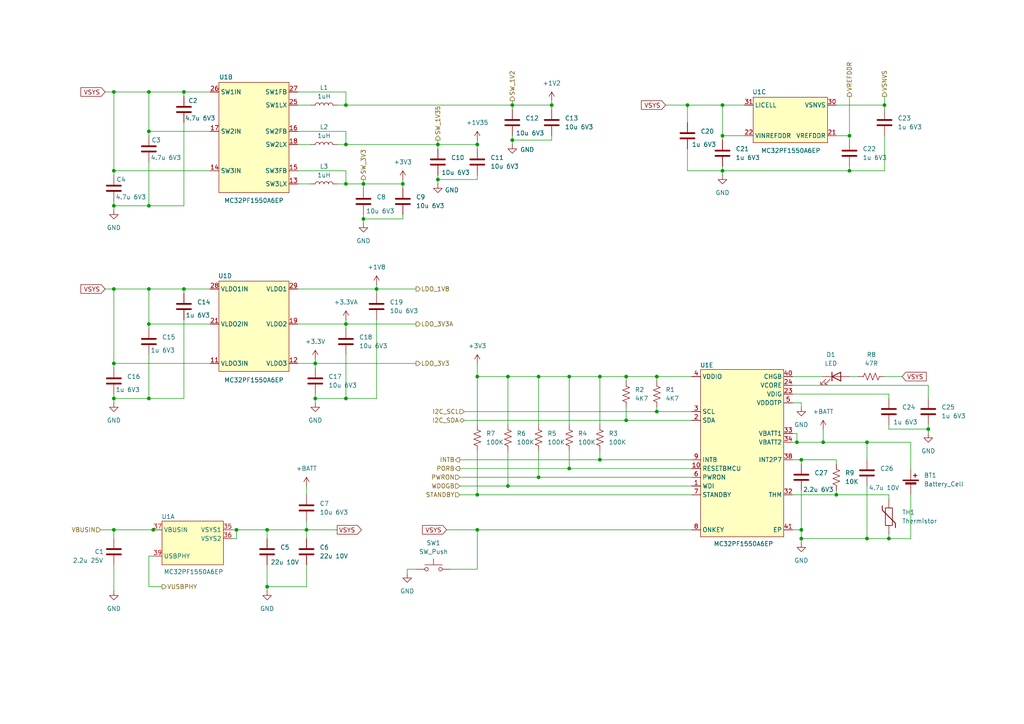
<source format=kicad_sch>
(kicad_sch (version 20231120) (generator "eeschema") (generator_version "8.0")
  (paper "A4")
  (lib_symbols
    (symbol "AO_Regulator_Switching:PF1550"
      (property "Reference" "U" (at -9.652 16.764 0))
      (symbol "PF1550_1_1"
        (rectangle (start -10.16 15.24) (end 7.62 2.54) (fill (type background)))
        (pin power_out line (at 10.16 12.7 180) (length 2.54) (name "VSYS1") (number "35"))
        (pin power_out line (at 10.16 10.16 180) (length 2.54) (name "VSYS2") (number "36"))
        (pin power_in line (at -12.7 12.7 0) (length 2.54) (name "VBUSIN") (number "37"))
        (pin power_out line (at -12.7 5.08 0) (length 2.54) (name "USBPHY") (number "39"))
      )
      (symbol "PF1550_2_1"
        (rectangle (start -10.16 15.494) (end 10.16 -16.51) (fill (type background)))
        (pin power_out line (at 12.7 -13.97 180) (length 2.54) (name "SW3LX") (number "13"))
        (pin power_in line (at -12.7 -10.16 0) (length 2.54) (name "SW3IN") (number "14"))
        (pin power_out line (at 12.7 -10.16 180) (length 2.54) (name "SW3FB") (number "15"))
        (pin power_out line (at 12.7 1.27 180) (length 2.54) (name "SW2FB") (number "16"))
        (pin power_in line (at -12.7 1.27 0) (length 2.54) (name "SW2IN") (number "17"))
        (pin power_out line (at 12.7 -2.54 180) (length 2.54) (name "SW2LX") (number "18"))
        (pin power_out line (at 12.7 8.89 180) (length 2.54) (name "SW1LX") (number "25"))
        (pin power_in line (at -12.7 12.7 0) (length 2.54) (name "SW1IN") (number "26"))
        (pin power_out line (at 12.7 12.7 180) (length 2.54) (name "SW1FB") (number "27"))
      )
      (symbol "PF1550_3_1"
        (rectangle (start -10.16 14.986) (end 11.43 1.778) (fill (type background)))
        (pin power_out line (at 13.97 3.81 180) (length 2.54) (name "VREFDDR") (number "21"))
        (pin power_in line (at -12.7 3.81 0) (length 2.54) (name "VINREFDDR") (number "22"))
        (pin power_out line (at 13.97 12.7 180) (length 2.54) (name "VSNVS") (number "30"))
        (pin power_in line (at -12.7 12.7 0) (length 2.54) (name "LICELL") (number "31"))
      )
      (symbol "PF1550_4_1"
        (rectangle (start -10.16 14.986) (end 10.16 -11.176) (fill (type background)))
        (pin power_in line (at -12.7 -8.89 0) (length 2.54) (name "VLDO3IN") (number "11"))
        (pin power_out line (at 12.7 -8.89 180) (length 2.54) (name "VLDO3") (number "12"))
        (pin power_out line (at 12.7 2.54 180) (length 2.54) (name "VLDO2") (number "19"))
        (pin power_in line (at -12.7 2.54 0) (length 2.54) (name "VLDO2IN") (number "21"))
        (pin power_in line (at -12.7 12.7 0) (length 2.54) (name "VLDO1IN") (number "28"))
        (pin power_out line (at 12.7 12.7 180) (length 2.54) (name "VLDO1") (number "29"))
      )
      (symbol "PF1550_5_1"
        (rectangle (start -10.16 14.732) (end 13.97 -33.782) (fill (type background)))
        (pin input line (at -12.7 -19.05 0) (length 2.54) (name "WDI") (number "1"))
        (pin output line (at -12.7 -13.97 0) (length 2.54) (name "RESETBMCU") (number "10"))
        (pin bidirectional line (at -12.7 0 0) (length 2.54) (name "SDA") (number "2"))
        (pin power_in line (at 16.51 7.62 180) (length 2.54) (name "VDIG") (number "23"))
        (pin power_in line (at 16.51 10.16 180) (length 2.54) (name "VCORE") (number "24"))
        (pin input line (at -12.7 2.54 0) (length 2.54) (name "SCL") (number "3"))
        (pin input line (at 16.51 -21.59 180) (length 2.54) (name "THM") (number "32"))
        (pin power_in line (at 16.51 -3.81 180) (length 2.54) (name "VBATT1") (number "33"))
        (pin power_in line (at 16.51 -6.35 180) (length 2.54) (name "VBATT2") (number "34"))
        (pin input line (at 16.51 -11.43 180) (length 2.54) (name "INT2P7") (number "38"))
        (pin power_in line (at -12.7 12.7 0) (length 2.54) (name "VDDIO") (number "4"))
        (pin input line (at 16.51 12.7 180) (length 2.54) (name "CHGB") (number "40"))
        (pin power_out line (at 16.51 -31.75 180) (length 2.54) (name "EP") (number "41"))
        (pin power_in line (at 16.51 5.08 180) (length 2.54) (name "VDDOTP") (number "5"))
        (pin input line (at -12.7 -16.51 0) (length 2.54) (name "PWRON") (number "6"))
        (pin input line (at -12.7 -21.59 0) (length 2.54) (name "STANDBY") (number "7"))
        (pin input line (at -12.7 -31.75 0) (length 2.54) (name "ONKEY") (number "8"))
        (pin output line (at -12.7 -11.43 0) (length 2.54) (name "INTB") (number "9"))
      )
    )
    (symbol "Device:Battery_Cell" (pin_numbers hide) (pin_names (offset 0) hide)
      (property "Reference" "BT" (at 2.54 2.54 0))
      (property "Value" "Battery_Cell" (at 2.54 0 0))
      (symbol "Battery_Cell_0_1"
        (rectangle (start -2.286 1.778) (end 2.286 1.524) (fill (type outline)))
        (rectangle (start -1.524 1.016) (end 1.524 0.508) (fill (type outline)))
        (polyline (pts (xy 0 0.762) (xy 0 0)))
        (polyline (pts (xy 0 1.778) (xy 0 2.54)))
        (polyline (pts (xy 0.762 3.048) (xy 1.778 3.048)) (stroke (width 0.254)))
        (polyline (pts (xy 1.27 3.556) (xy 1.27 2.54)) (stroke (width 0.254)))
      )
      (symbol "Battery_Cell_1_1"
        (pin passive line (at 0 5.08 270) (length 2.54) (name "+") (number "1"))
        (pin passive line (at 0 -2.54 90) (length 2.54) (name "-") (number "2"))
      )
    )
    (symbol "Device:C" (pin_numbers hide) (pin_names (offset 0.254))
      (property "Reference" "C" (at 0.635 2.54 0))
      (property "Value" "C" (at 0.635 -2.54 0))
      (symbol "C_0_1"
        (polyline (pts (xy -2.032 -0.762) (xy 2.032 -0.762)) (stroke (width 0.508)))
        (polyline (pts (xy -2.032 0.762) (xy 2.032 0.762)) (stroke (width 0.508)))
      )
      (symbol "C_1_1"
        (pin passive line (at 0 3.81 270) (length 2.794) (name "~") (number "1"))
        (pin passive line (at 0 -3.81 90) (length 2.794) (name "~") (number "2"))
      )
    )
    (symbol "Device:L" (pin_numbers hide) (pin_names (offset 1.016) hide)
      (property "Reference" "L" (at -1.27 0 90))
      (property "Value" "L" (at 1.905 0 90))
      (symbol "L_0_1"
        (arc (start 0 -2.54) (mid 0.6323 -1.905) (end 0 -1.27))
        (arc (start 0 -1.27) (mid 0.6323 -0.635) (end 0 0))
        (arc (start 0 0) (mid 0.6323 0.635) (end 0 1.27))
        (arc (start 0 1.27) (mid 0.6323 1.905) (end 0 2.54))
      )
      (symbol "L_1_1"
        (pin passive line (at 0 3.81 270) (length 1.27) (name "1") (number "1"))
        (pin passive line (at 0 -3.81 90) (length 1.27) (name "2") (number "2"))
      )
    )
    (symbol "Device:LED" (pin_numbers hide) (pin_names (offset 1.016) hide)
      (property "Reference" "D" (at 0 2.54 0))
      (property "Value" "LED" (at 0 -2.54 0))
      (symbol "LED_0_1"
        (polyline (pts (xy -1.27 -1.27) (xy -1.27 1.27)) (stroke (width 0.254)))
        (polyline (pts (xy -1.27 0) (xy 1.27 0)))
        (polyline (pts (xy 1.27 -1.27) (xy 1.27 1.27) (xy -1.27 0) (xy 1.27 -1.27)) (stroke (width 0.254)))
        (polyline (pts (xy -3.048 -0.762) (xy -4.572 -2.286) (xy -3.81 -2.286) (xy -4.572 -2.286) (xy -4.572 -1.524)))
        (polyline (pts (xy -1.778 -0.762) (xy -3.302 -2.286) (xy -2.54 -2.286) (xy -3.302 -2.286) (xy -3.302 -1.524)))
      )
      (symbol "LED_1_1"
        (pin passive line (at -3.81 0 0) (length 2.54) (name "K") (number "1"))
        (pin passive line (at 3.81 0 180) (length 2.54) (name "A") (number "2"))
      )
    )
    (symbol "Device:R_US" (pin_numbers hide) (pin_names (offset 0))
      (property "Reference" "R" (at 2.54 0 90))
      (property "Value" "R_US" (at -2.54 0 90))
      (symbol "R_US_0_1"
        (polyline (pts (xy 0 -2.286) (xy 0 -2.54)))
        (polyline (pts (xy 0 2.286) (xy 0 2.54)))
        (polyline (pts (xy 0 -0.762) (xy 1.016 -1.143) (xy 0 -1.524) (xy -1.016 -1.905) (xy 0 -2.286)))
        (polyline (pts (xy 0 0.762) (xy 1.016 0.381) (xy 0 0) (xy -1.016 -0.381) (xy 0 -0.762)))
        (polyline (pts (xy 0 2.286) (xy 1.016 1.905) (xy 0 1.524) (xy -1.016 1.143) (xy 0 0.762)))
      )
      (symbol "R_US_1_1"
        (pin passive line (at 0 3.81 270) (length 1.27) (name "~") (number "1"))
        (pin passive line (at 0 -3.81 90) (length 1.27) (name "~") (number "2"))
      )
    )
    (symbol "Device:Thermistor" (pin_numbers hide) (pin_names (offset 0))
      (property "Reference" "TH" (at 2.54 1.27 90))
      (property "Value" "Thermistor" (at -2.54 0 90))
      (symbol "Thermistor_0_1"
        (rectangle (start -1.016 2.54) (end 1.016 -2.54) (stroke (width 0.2032)))
        (polyline (pts (xy -1.905 3.175) (xy -1.905 1.905) (xy 1.905 -1.905) (xy 1.905 -3.175) (xy 1.905 -3.175)) (stroke (width 0.254)))
      )
      (symbol "Thermistor_1_1"
        (pin passive line (at 0 5.08 270) (length 2.54) (name "~") (number "1"))
        (pin passive line (at 0 -5.08 90) (length 2.54) (name "~") (number "2"))
      )
    )
    (symbol "Switch:SW_Push" (pin_numbers hide) (pin_names (offset 1.016) hide)
      (property "Reference" "SW" (at 1.27 2.54 0))
      (property "Value" "SW_Push" (at 0 -1.524 0))
      (symbol "SW_Push_0_1"
        (circle (center -2.032 0) (radius 0.508))
        (polyline (pts (xy 0 1.27) (xy 0 3.048)))
        (polyline (pts (xy 2.54 1.27) (xy -2.54 1.27)))
        (circle (center 2.032 0) (radius 0.508))
        (pin passive line (at -5.08 0 0) (length 2.54) (name "1") (number "1"))
        (pin passive line (at 5.08 0 180) (length 2.54) (name "2") (number "2"))
      )
    )
    (symbol "power:+1V2" (power) (pin_numbers hide) (pin_names (offset 0) hide)
      (property "Value" "+1V2" (at 0 3.556 0))
      (symbol "+1V2_0_1"
        (polyline (pts (xy -0.762 1.27) (xy 0 2.54)))
        (polyline (pts (xy 0 0) (xy 0 2.54)))
        (polyline (pts (xy 0 2.54) (xy 0.762 1.27)))
      )
      (symbol "+1V2_1_1"
        (pin power_in line (at 0 0 90) (length 0) (name "~") (number "1"))
      )
    )
    (symbol "power:+1V35" (power) (pin_numbers hide) (pin_names (offset 0) hide)
      (property "Value" "+1V35" (at 0 3.556 0))
      (symbol "+1V35_0_1"
        (polyline (pts (xy -0.762 1.27) (xy 0 2.54)))
        (polyline (pts (xy 0 0) (xy 0 2.54)))
        (polyline (pts (xy 0 2.54) (xy 0.762 1.27)))
      )
      (symbol "+1V35_1_1"
        (pin power_in line (at 0 0 90) (length 0) (name "~") (number "1"))
      )
    )
    (symbol "power:+1V8" (power) (pin_numbers hide) (pin_names (offset 0) hide)
      (property "Value" "+1V8" (at 0 3.556 0))
      (symbol "+1V8_0_1"
        (polyline (pts (xy -0.762 1.27) (xy 0 2.54)))
        (polyline (pts (xy 0 0) (xy 0 2.54)))
        (polyline (pts (xy 0 2.54) (xy 0.762 1.27)))
      )
      (symbol "+1V8_1_1"
        (pin power_in line (at 0 0 90) (length 0) (name "~") (number "1"))
      )
    )
    (symbol "power:+3.3V" (power) (pin_numbers hide) (pin_names (offset 0) hide)
      (property "Value" "+3.3V" (at 0 3.556 0))
      (symbol "+3.3V_0_1"
        (polyline (pts (xy -0.762 1.27) (xy 0 2.54)))
        (polyline (pts (xy 0 0) (xy 0 2.54)))
        (polyline (pts (xy 0 2.54) (xy 0.762 1.27)))
      )
      (symbol "+3.3V_1_1"
        (pin power_in line (at 0 0 90) (length 0) (name "~") (number "1"))
      )
    )
    (symbol "power:+3.3VA" (power) (pin_numbers hide) (pin_names (offset 0) hide)
      (property "Value" "+3.3VA" (at 0 3.556 0))
      (symbol "+3.3VA_0_1"
        (polyline (pts (xy -0.762 1.27) (xy 0 2.54)))
        (polyline (pts (xy 0 0) (xy 0 2.54)))
        (polyline (pts (xy 0 2.54) (xy 0.762 1.27)))
      )
      (symbol "+3.3VA_1_1"
        (pin power_in line (at 0 0 90) (length 0) (name "~") (number "1"))
      )
    )
    (symbol "power:+3V3" (power) (pin_numbers hide) (pin_names (offset 0) hide)
      (property "Value" "+3V3" (at 0 3.556 0))
      (symbol "+3V3_0_1"
        (polyline (pts (xy -0.762 1.27) (xy 0 2.54)))
        (polyline (pts (xy 0 0) (xy 0 2.54)))
        (polyline (pts (xy 0 2.54) (xy 0.762 1.27)))
      )
      (symbol "+3V3_1_1"
        (pin power_in line (at 0 0 90) (length 0) (name "~") (number "1"))
      )
    )
    (symbol "power:+BATT" (power) (pin_numbers hide) (pin_names (offset 0) hide)
      (property "Value" "+BATT" (at 0 3.556 0))
      (symbol "+BATT_0_1"
        (polyline (pts (xy -0.762 1.27) (xy 0 2.54)))
        (polyline (pts (xy 0 0) (xy 0 2.54)))
        (polyline (pts (xy 0 2.54) (xy 0.762 1.27)))
      )
      (symbol "+BATT_1_1"
        (pin power_in line (at 0 0 90) (length 0) (name "~") (number "1"))
      )
    )
    (symbol "power:GND" (power) (pin_numbers hide) (pin_names (offset 0) hide)
      (property "Value" "GND" (at 0 -3.81 0))
      (symbol "GND_0_1"
        (polyline (pts (xy 0 0) (xy 0 -1.27) (xy 1.27 -1.27) (xy 0 -2.54) (xy -1.27 -1.27) (xy 0 -1.27)))
      )
      (symbol "GND_1_1"
        (pin power_in line (at 0 0 270) (length 0) (name "~") (number "1"))
      )
    )
  )
  (junction (at 105.41 53.34))
  (junction (at 100.33 41.91))
  (junction (at 181.61 121.92))
  (junction (at 238.76 128.27))
  (junction (at 100.33 53.34))
  (junction (at 257.81 156.21))
  (junction (at 88.9 153.67))
  (junction (at 246.38 49.53))
  (junction (at 160.02 30.48))
  (junction (at 181.61 109.22))
  (junction (at 43.18 59.69))
  (junction (at 148.59 30.48))
  (junction (at 116.84 53.34))
  (junction (at 173.99 109.22))
  (junction (at 147.32 140.97))
  (junction (at 209.55 39.37))
  (junction (at 190.5 119.38))
  (junction (at 105.41 63.5))
  (junction (at 156.21 138.43))
  (junction (at 173.99 133.35))
  (junction (at 53.34 26.67))
  (junction (at 138.43 153.67))
  (junction (at 138.43 143.51))
  (junction (at 109.22 83.82))
  (junction (at 246.38 39.37))
  (junction (at 68.58 153.67))
  (junction (at 190.5 109.22))
  (junction (at 199.39 30.48))
  (junction (at 209.55 30.48))
  (junction (at 127 52.07))
  (junction (at 231.14 128.27))
  (junction (at 138.43 41.91))
  (junction (at 43.18 38.1))
  (junction (at 33.02 115.57))
  (junction (at 147.32 109.22))
  (junction (at 232.41 156.21))
  (junction (at 100.33 115.57))
  (junction (at 251.46 128.27))
  (junction (at 156.21 109.22))
  (junction (at 165.1 109.22))
  (junction (at 43.18 93.98))
  (junction (at 269.24 124.46))
  (junction (at 33.02 59.69))
  (junction (at 33.02 83.82))
  (junction (at 127 41.91))
  (junction (at 148.59 40.64))
  (junction (at 165.1 135.89))
  (junction (at 251.46 156.21))
  (junction (at 100.33 30.48))
  (junction (at 53.34 83.82))
  (junction (at 33.02 49.53))
  (junction (at 209.55 49.53))
  (junction (at 100.33 93.98))
  (junction (at 232.41 133.35))
  (junction (at 33.02 26.67))
  (junction (at 43.18 115.57))
  (junction (at 242.57 143.51))
  (junction (at 44.45 153.67))
  (junction (at 232.41 153.67))
  (junction (at 33.02 105.41))
  (junction (at 43.18 26.67))
  (junction (at 43.18 83.82))
  (junction (at 77.47 153.67))
  (junction (at 77.47 170.18))
  (junction (at 256.54 30.48))
  (junction (at 91.44 115.57))
  (junction (at 138.43 109.22))
  (junction (at 91.44 105.41))
  (junction (at 33.02 153.67))
  (wire (pts (xy 256.54 49.53) (xy 246.38 49.53)))
  (wire (pts (xy 91.44 105.41) (xy 91.44 106.68)))
  (wire (pts (xy 257.81 114.3) (xy 229.87 114.3)))
  (wire (pts (xy 77.47 170.18) (xy 77.47 171.45)))
  (wire (pts (xy 246.38 48.26) (xy 246.38 49.53)))
  (wire (pts (xy 133.35 133.35) (xy 173.99 133.35)))
  (wire (pts (xy 97.79 30.48) (xy 100.33 30.48)))
  (wire (pts (xy 269.24 124.46) (xy 269.24 125.73)))
  (wire (pts (xy 199.39 30.48) (xy 199.39 35.56)))
  (wire (pts (xy 147.32 130.81) (xy 147.32 140.97)))
  (wire (pts (xy 246.38 109.22) (xy 248.92 109.22)))
  (wire (pts (xy 173.99 130.81) (xy 173.99 133.35)))
  (wire (pts (xy 138.43 105.41) (xy 138.43 109.22)))
  (wire (pts (xy 88.9 153.67) (xy 77.47 153.67)))
  (wire (pts (xy 116.84 53.34) (xy 105.41 53.34)))
  (wire (pts (xy 160.02 31.75) (xy 160.02 30.48)))
  (wire (pts (xy 127 43.18) (xy 127 41.91)))
  (wire (pts (xy 109.22 83.82) (xy 120.65 83.82)))
  (wire (pts (xy 246.38 27.94) (xy 246.38 39.37)))
  (wire (pts (xy 256.54 30.48) (xy 242.57 30.48)))
  (wire (pts (xy 251.46 156.21) (xy 257.81 156.21)))
  (wire (pts (xy 33.02 115.57) (xy 33.02 116.84)))
  (wire (pts (xy 109.22 92.71) (xy 109.22 115.57)))
  (wire (pts (xy 209.55 48.26) (xy 209.55 49.53)))
  (wire (pts (xy 43.18 26.67) (xy 43.18 38.1)))
  (wire (pts (xy 251.46 140.97) (xy 251.46 156.21)))
  (wire (pts (xy 242.57 133.35) (xy 232.41 133.35)))
  (wire (pts (xy 100.33 92.71) (xy 100.33 93.98)))
  (wire (pts (xy 133.35 143.51) (xy 138.43 143.51)))
  (wire (pts (xy 160.02 30.48) (xy 148.59 30.48)))
  (wire (pts (xy 133.35 135.89) (xy 165.1 135.89)))
  (wire (pts (xy 147.32 140.97) (xy 200.66 140.97)))
  (wire (pts (xy 43.18 93.98) (xy 43.18 83.82)))
  (wire (pts (xy 181.61 109.22) (xy 181.61 110.49)))
  (wire (pts (xy 100.33 41.91) (xy 100.33 38.1)))
  (wire (pts (xy 33.02 50.8) (xy 33.02 49.53)))
  (wire (pts (xy 116.84 52.07) (xy 116.84 53.34)))
  (wire (pts (xy 53.34 59.69) (xy 43.18 59.69)))
  (wire (pts (xy 91.44 114.3) (xy 91.44 115.57)))
  (wire (pts (xy 209.55 30.48) (xy 209.55 39.37)))
  (wire (pts (xy 43.18 46.99) (xy 43.18 59.69)))
  (wire (pts (xy 134.62 121.92) (xy 181.61 121.92)))
  (wire (pts (xy 257.81 115.57) (xy 257.81 114.3)))
  (wire (pts (xy 97.79 41.91) (xy 100.33 41.91)))
  (wire (pts (xy 138.43 41.91) (xy 127 41.91)))
  (wire (pts (xy 105.41 53.34) (xy 100.33 53.34)))
  (wire (pts (xy 67.31 153.67) (xy 68.58 153.67)))
  (wire (pts (xy 53.34 115.57) (xy 43.18 115.57)))
  (wire (pts (xy 256.54 31.75) (xy 256.54 30.48)))
  (wire (pts (xy 100.33 93.98) (xy 120.65 93.98)))
  (wire (pts (xy 199.39 43.18) (xy 199.39 49.53)))
  (wire (pts (xy 209.55 30.48) (xy 215.9 30.48)))
  (wire (pts (xy 209.55 39.37) (xy 215.9 39.37)))
  (wire (pts (xy 86.36 93.98) (xy 100.33 93.98)))
  (wire (pts (xy 100.33 49.53) (xy 86.36 49.53)))
  (wire (pts (xy 88.9 153.67) (xy 97.79 153.67)))
  (wire (pts (xy 193.04 30.48) (xy 199.39 30.48)))
  (wire (pts (xy 33.02 49.53) (xy 60.96 49.53)))
  (wire (pts (xy 133.35 138.43) (xy 156.21 138.43)))
  (wire (pts (xy 86.36 105.41) (xy 91.44 105.41)))
  (wire (pts (xy 33.02 59.69) (xy 33.02 60.96)))
  (wire (pts (xy 53.34 92.71) (xy 53.34 115.57)))
  (wire (pts (xy 138.43 50.8) (xy 138.43 52.07)))
  (wire (pts (xy 43.18 93.98) (xy 60.96 93.98)))
  (wire (pts (xy 231.14 125.73) (xy 231.14 128.27)))
  (wire (pts (xy 181.61 121.92) (xy 181.61 118.11)))
  (wire (pts (xy 190.5 109.22) (xy 190.5 110.49)))
  (wire (pts (xy 91.44 105.41) (xy 120.65 105.41)))
  (wire (pts (xy 232.41 118.11) (xy 232.41 116.84)))
  (wire (pts (xy 127 50.8) (xy 127 52.07)))
  (wire (pts (xy 238.76 128.27) (xy 251.46 128.27)))
  (wire (pts (xy 238.76 124.46) (xy 238.76 128.27)))
  (wire (pts (xy 43.18 83.82) (xy 53.34 83.82)))
  (wire (pts (xy 246.38 39.37) (xy 246.38 40.64)))
  (wire (pts (xy 100.33 38.1) (xy 86.36 38.1)))
  (wire (pts (xy 257.81 154.94) (xy 257.81 156.21)))
  (wire (pts (xy 46.99 170.18) (xy 43.18 170.18)))
  (wire (pts (xy 148.59 29.21) (xy 148.59 30.48)))
  (wire (pts (xy 232.41 142.24) (xy 232.41 153.67)))
  (wire (pts (xy 100.33 93.98) (xy 100.33 95.25)))
  (wire (pts (xy 138.43 43.18) (xy 138.43 41.91)))
  (wire (pts (xy 100.33 102.87) (xy 100.33 115.57)))
  (wire (pts (xy 257.81 123.19) (xy 257.81 124.46)))
  (wire (pts (xy 33.02 59.69) (xy 33.02 58.42)))
  (wire (pts (xy 242.57 143.51) (xy 229.87 143.51)))
  (wire (pts (xy 229.87 111.76) (xy 269.24 111.76)))
  (wire (pts (xy 43.18 38.1) (xy 60.96 38.1)))
  (wire (pts (xy 264.16 156.21) (xy 257.81 156.21)))
  (wire (pts (xy 88.9 140.97) (xy 88.9 143.51)))
  (wire (pts (xy 43.18 170.18) (xy 43.18 161.29)))
  (wire (pts (xy 246.38 49.53) (xy 209.55 49.53)))
  (wire (pts (xy 33.02 83.82) (xy 33.02 105.41)))
  (wire (pts (xy 238.76 128.27) (xy 231.14 128.27)))
  (wire (pts (xy 138.43 130.81) (xy 138.43 143.51)))
  (wire (pts (xy 43.18 161.29) (xy 44.45 161.29)))
  (wire (pts (xy 88.9 156.21) (xy 88.9 153.67)))
  (wire (pts (xy 232.41 156.21) (xy 251.46 156.21)))
  (wire (pts (xy 200.66 121.92) (xy 181.61 121.92)))
  (wire (pts (xy 116.84 62.23) (xy 116.84 63.5)))
  (wire (pts (xy 109.22 83.82) (xy 109.22 85.09)))
  (wire (pts (xy 43.18 26.67) (xy 53.34 26.67)))
  (wire (pts (xy 100.33 115.57) (xy 91.44 115.57)))
  (wire (pts (xy 100.33 30.48) (xy 100.33 26.67)))
  (wire (pts (xy 173.99 133.35) (xy 200.66 133.35)))
  (wire (pts (xy 269.24 111.76) (xy 269.24 115.57)))
  (wire (pts (xy 33.02 114.3) (xy 33.02 115.57)))
  (wire (pts (xy 251.46 128.27) (xy 264.16 128.27)))
  (wire (pts (xy 86.36 53.34) (xy 90.17 53.34)))
  (wire (pts (xy 130.81 165.1) (xy 138.43 165.1)))
  (wire (pts (xy 147.32 109.22) (xy 156.21 109.22)))
  (wire (pts (xy 43.18 59.69) (xy 33.02 59.69)))
  (wire (pts (xy 86.36 30.48) (xy 90.17 30.48)))
  (wire (pts (xy 160.02 29.21) (xy 160.02 30.48)))
  (wire (pts (xy 91.44 115.57) (xy 91.44 116.84)))
  (wire (pts (xy 251.46 133.35) (xy 251.46 128.27)))
  (wire (pts (xy 165.1 109.22) (xy 165.1 123.19)))
  (wire (pts (xy 33.02 26.67) (xy 33.02 49.53)))
  (wire (pts (xy 88.9 163.83) (xy 88.9 170.18)))
  (wire (pts (xy 269.24 123.19) (xy 269.24 124.46)))
  (wire (pts (xy 127 52.07) (xy 127 53.34)))
  (wire (pts (xy 173.99 109.22) (xy 173.99 123.19)))
  (wire (pts (xy 156.21 109.22) (xy 156.21 123.19)))
  (wire (pts (xy 30.48 26.67) (xy 33.02 26.67)))
  (wire (pts (xy 105.41 54.61) (xy 105.41 53.34)))
  (wire (pts (xy 209.55 49.53) (xy 209.55 50.8)))
  (wire (pts (xy 256.54 109.22) (xy 261.62 109.22)))
  (wire (pts (xy 53.34 35.56) (xy 53.34 59.69)))
  (wire (pts (xy 156.21 130.81) (xy 156.21 138.43)))
  (wire (pts (xy 138.43 109.22) (xy 138.43 123.19)))
  (wire (pts (xy 232.41 157.48) (xy 232.41 156.21)))
  (wire (pts (xy 44.45 153.67) (xy 46.99 153.67)))
  (wire (pts (xy 148.59 40.64) (xy 148.59 41.91)))
  (wire (pts (xy 33.02 156.21) (xy 33.02 153.67)))
  (wire (pts (xy 229.87 109.22) (xy 238.76 109.22)))
  (wire (pts (xy 173.99 109.22) (xy 181.61 109.22)))
  (wire (pts (xy 242.57 134.62) (xy 242.57 133.35)))
  (wire (pts (xy 118.11 165.1) (xy 120.65 165.1)))
  (wire (pts (xy 105.41 63.5) (xy 105.41 64.77)))
  (wire (pts (xy 116.84 54.61) (xy 116.84 53.34)))
  (wire (pts (xy 33.02 163.83) (xy 33.02 171.45)))
  (wire (pts (xy 148.59 30.48) (xy 100.33 30.48)))
  (wire (pts (xy 133.35 140.97) (xy 147.32 140.97)))
  (wire (pts (xy 232.41 133.35) (xy 232.41 134.62)))
  (wire (pts (xy 160.02 40.64) (xy 148.59 40.64)))
  (wire (pts (xy 129.54 153.67) (xy 138.43 153.67)))
  (wire (pts (xy 200.66 119.38) (xy 190.5 119.38)))
  (wire (pts (xy 53.34 83.82) (xy 60.96 83.82)))
  (wire (pts (xy 134.62 119.38) (xy 190.5 119.38)))
  (wire (pts (xy 88.9 170.18) (xy 77.47 170.18)))
  (wire (pts (xy 138.43 165.1) (xy 138.43 153.67)))
  (wire (pts (xy 257.81 124.46) (xy 269.24 124.46)))
  (wire (pts (xy 91.44 104.14) (xy 91.44 105.41)))
  (wire (pts (xy 257.81 144.78) (xy 257.81 143.51)))
  (wire (pts (xy 53.34 26.67) (xy 60.96 26.67)))
  (wire (pts (xy 190.5 119.38) (xy 190.5 118.11)))
  (wire (pts (xy 147.32 109.22) (xy 147.32 123.19)))
  (wire (pts (xy 29.21 153.67) (xy 33.02 153.67)))
  (wire (pts (xy 86.36 41.91) (xy 90.17 41.91)))
  (wire (pts (xy 109.22 115.57) (xy 100.33 115.57)))
  (wire (pts (xy 138.43 52.07) (xy 127 52.07)))
  (wire (pts (xy 77.47 163.83) (xy 77.47 170.18)))
  (wire (pts (xy 232.41 116.84) (xy 229.87 116.84)))
  (wire (pts (xy 256.54 39.37) (xy 256.54 49.53)))
  (wire (pts (xy 242.57 142.24) (xy 242.57 143.51)))
  (wire (pts (xy 229.87 133.35) (xy 232.41 133.35)))
  (wire (pts (xy 100.33 53.34) (xy 100.33 49.53)))
  (wire (pts (xy 229.87 125.73) (xy 231.14 125.73)))
  (wire (pts (xy 232.41 156.21) (xy 232.41 153.67)))
  (wire (pts (xy 77.47 156.21) (xy 77.47 153.67)))
  (wire (pts (xy 118.11 166.37) (xy 118.11 165.1)))
  (wire (pts (xy 97.79 53.34) (xy 100.33 53.34)))
  (wire (pts (xy 77.47 153.67) (xy 68.58 153.67)))
  (wire (pts (xy 127 41.91) (xy 100.33 41.91)))
  (wire (pts (xy 209.55 39.37) (xy 209.55 40.64)))
  (wire (pts (xy 264.16 143.51) (xy 264.16 156.21)))
  (wire (pts (xy 199.39 30.48) (xy 209.55 30.48)))
  (wire (pts (xy 257.81 143.51) (xy 242.57 143.51)))
  (wire (pts (xy 148.59 39.37) (xy 148.59 40.64)))
  (wire (pts (xy 138.43 153.67) (xy 200.66 153.67)))
  (wire (pts (xy 68.58 156.21) (xy 68.58 153.67)))
  (wire (pts (xy 100.33 26.67) (xy 86.36 26.67)))
  (wire (pts (xy 165.1 109.22) (xy 173.99 109.22)))
  (wire (pts (xy 160.02 39.37) (xy 160.02 40.64)))
  (wire (pts (xy 43.18 39.37) (xy 43.18 38.1)))
  (wire (pts (xy 33.02 105.41) (xy 33.02 106.68)))
  (wire (pts (xy 116.84 63.5) (xy 105.41 63.5)))
  (wire (pts (xy 199.39 49.53) (xy 209.55 49.53)))
  (wire (pts (xy 67.31 156.21) (xy 68.58 156.21)))
  (wire (pts (xy 232.41 153.67) (xy 229.87 153.67)))
  (wire (pts (xy 109.22 82.55) (xy 109.22 83.82)))
  (wire (pts (xy 86.36 83.82) (xy 109.22 83.82)))
  (wire (pts (xy 156.21 138.43) (xy 200.66 138.43)))
  (wire (pts (xy 256.54 27.94) (xy 256.54 30.48)))
  (wire (pts (xy 53.34 26.67) (xy 53.34 27.94)))
  (wire (pts (xy 138.43 40.64) (xy 138.43 41.91)))
  (wire (pts (xy 264.16 135.89) (xy 264.16 128.27)))
  (wire (pts (xy 242.57 39.37) (xy 246.38 39.37)))
  (wire (pts (xy 165.1 135.89) (xy 200.66 135.89)))
  (wire (pts (xy 43.18 115.57) (xy 33.02 115.57)))
  (wire (pts (xy 33.02 153.67) (xy 44.45 153.67)))
  (wire (pts (xy 43.18 102.87) (xy 43.18 115.57)))
  (wire (pts (xy 231.14 128.27) (xy 229.87 128.27)))
  (wire (pts (xy 181.61 109.22) (xy 190.5 109.22)))
  (wire (pts (xy 33.02 105.41) (xy 60.96 105.41)))
  (wire (pts (xy 33.02 26.67) (xy 43.18 26.67)))
  (wire (pts (xy 148.59 30.48) (xy 148.59 31.75)))
  (wire (pts (xy 138.43 109.22) (xy 147.32 109.22)))
  (wire (pts (xy 43.18 95.25) (xy 43.18 93.98)))
  (wire (pts (xy 30.48 83.82) (xy 33.02 83.82)))
  (wire (pts (xy 33.02 83.82) (xy 43.18 83.82)))
  (wire (pts (xy 165.1 130.81) (xy 165.1 135.89)))
  (wire (pts (xy 88.9 151.13) (xy 88.9 153.67)))
  (wire (pts (xy 127 40.64) (xy 127 41.91)))
  (wire (pts (xy 156.21 109.22) (xy 165.1 109.22)))
  (wire (pts (xy 53.34 83.82) (xy 53.34 85.09)))
  (wire (pts (xy 105.41 52.07) (xy 105.41 53.34)))
  (wire (pts (xy 138.43 143.51) (xy 200.66 143.51)))
  (wire (pts (xy 105.41 62.23) (xy 105.41 63.5)))
  (wire (pts (xy 190.5 109.22) (xy 200.66 109.22)))
  (global_label "VSYS" (shape input) (at 129.54 153.67 180) (property "Intersheetrefs" "${INTERSHEET_REFS}" (effects (hide yes))))
  (global_label "VSYS" (shape output) (at 97.79 153.67 0) (property "Intersheetrefs" "${INTERSHEET_REFS}" (effects (hide yes))))
  (global_label "VSYS" (shape input) (at 193.04 30.48 180) (property "Intersheetrefs" "${INTERSHEET_REFS}" (effects (hide yes))))
  (global_label "VSYS" (shape input) (at 30.48 83.82 180) (property "Intersheetrefs" "${INTERSHEET_REFS}" (effects (hide yes))))
  (global_label "VSYS" (shape input) (at 30.48 26.67 180) (property "Intersheetrefs" "${INTERSHEET_REFS}" (effects (hide yes))))
  (global_label "VSYS" (shape input) (at 261.62 109.22 0) (property "Intersheetrefs" "${INTERSHEET_REFS}" (effects (hide yes))))
  (hierarchical_label "INTB" (shape output) (at 133.35 133.35 180))
  (hierarchical_label "VSNVS" (shape output) (at 256.54 27.94 90))
  (hierarchical_label "LDO_1V8" (shape output) (at 120.65 83.82 0))
  (hierarchical_label "WDOGB" (shape input) (at 133.35 140.97 180))
  (hierarchical_label "LDO_3V3" (shape output) (at 120.65 105.41 0))
  (hierarchical_label "PORB" (shape output) (at 133.35 135.89 180))
  (hierarchical_label "PWRON" (shape input) (at 133.35 138.43 180))
  (hierarchical_label "VUSBPHY" (shape output) (at 46.99 170.18 0))
  (hierarchical_label "I2C_SDA" (shape bidirectional) (at 134.62 121.92 180))
  (hierarchical_label "LDO_3V3A" (shape output) (at 120.65 93.98 0))
  (hierarchical_label "SW_3V3" (shape output) (at 105.41 52.07 90))
  (hierarchical_label "SW_1V35" (shape output) (at 127 40.64 90))
  (hierarchical_label "STANDBY" (shape input) (at 133.35 143.51 180))
  (hierarchical_label "VREFDDR" (shape output) (at 246.38 27.94 90))
  (hierarchical_label "VBUSIN" (shape input) (at 29.21 153.67 180))
  (hierarchical_label "SW_1V2" (shape output) (at 148.59 29.21 90))
  (hierarchical_label "I2C_SCL" (shape input) (at 134.62 119.38 180))
  (symbol (lib_id "Device:L") (at 93.98 30.48 90) (unit 1)
    (property "Reference" "L1" (at 93.98 25.4 90))
    (property "Value" "1uH" (at 93.98 27.94 90))
    (property "Description" "Inductor" (effects (hide yes)))
  )
  (symbol (lib_id "Device:C") (at 77.47 160.02 0) (unit 1)
    (property "Reference" "C5" (at 81.28 158.7499 0) (effects (justify left)))
    (property "Value" "22u 10V" (at 78.486 163.068 0) (effects (justify left)))
    (property "Description" "Unpolarized capacitor" (effects (hide yes)))
  )
  (symbol (lib_id "power:+3V3") (at 116.84 52.07 0) (unit 1)
    (property "Reference" "#PWR07" (effects (hide yes)))
    (property "Value" "+3V3" (at 116.84 46.99 0))
    (property "Description" "Power symbol creates a global label with name \"+3V3\"" (effects (hide yes)))
  )
  (symbol (lib_id "AO_Regulator_Switching:PF1550") (at 57.15 166.37 0) (unit 1)
    (property "Reference" "U1" (at 48.768 149.86 0))
    (property "Value" "MC32PF1550A6EP" (at 56.134 165.862 0))
  )
  (symbol (lib_id "power:GND") (at 148.59 41.91 0) (unit 1)
    (property "Reference" "#PWR010" (effects (hide yes)))
    (property "Value" "GND" (at 152.908 43.434 0))
    (property "Description" "Power symbol creates a global label with name \"GND\" , ground" (effects (hide yes)))
  )
  (symbol (lib_id "Device:R_US") (at 173.99 127 0) (unit 1)
    (property "Reference" "R3" (at 176.53 125.7299 0) (effects (justify left)))
    (property "Value" "100K" (at 176.53 128.2699 0) (effects (justify left)))
    (property "Description" "Resistor, US symbol" (effects (hide yes)))
  )
  (symbol (lib_id "power:+BATT") (at 88.9 140.97 0) (unit 1)
    (property "Reference" "#PWR05" (effects (hide yes)))
    (property "Value" "+BATT" (at 88.9 135.89 0))
    (property "Description" "Power symbol creates a global label with name \"+BATT\"" (effects (hide yes)))
  )
  (symbol (lib_id "Device:R_US") (at 242.57 138.43 0) (unit 1)
    (property "Reference" "R9" (at 245.11 137.1599 0) (effects (justify left)))
    (property "Value" "10K" (at 245.11 139.6999 0) (effects (justify left)))
    (property "Description" "Resistor, US symbol" (effects (hide yes)))
  )
  (symbol (lib_id "power:GND") (at 232.41 157.48 0) (unit 1)
    (property "Reference" "#PWR027" (effects (hide yes)))
    (property "Value" "GND" (at 232.41 162.56 0))
    (property "Description" "Power symbol creates a global label with name \"GND\" , ground" (effects (hide yes)))
  )
  (symbol (lib_id "power:GND") (at 91.44 116.84 0) (unit 1)
    (property "Reference" "#PWR016" (effects (hide yes)))
    (property "Value" "GND" (at 91.44 121.92 0))
    (property "Description" "Power symbol creates a global label with name \"GND\" , ground" (effects (hide yes)))
  )
  (symbol (lib_id "Device:Thermistor") (at 257.81 149.86 0) (unit 1)
    (property "Reference" "TH1" (at 261.62 148.5899 0) (effects (justify left)))
    (property "Value" "Thermistor" (at 261.62 151.1299 0) (effects (justify left)))
    (property "Description" "Temperature dependent resistor" (effects (hide yes)))
  )
  (symbol (lib_id "power:GND") (at 105.41 64.77 0) (unit 1)
    (property "Reference" "#PWR06" (effects (hide yes)))
    (property "Value" "GND" (at 105.41 69.85 0))
    (property "Description" "Power symbol creates a global label with name \"GND\" , ground" (effects (hide yes)))
  )
  (symbol (lib_id "Device:C") (at 257.81 119.38 0) (unit 1)
    (property "Reference" "C24" (at 261.62 118.1099 0) (effects (justify left)))
    (property "Value" "1u 6V3" (at 259.08 122.428 0) (effects (justify left)))
    (property "Description" "Unpolarized capacitor" (effects (hide yes)))
  )
  (symbol (lib_id "power:GND") (at 127 53.34 0) (unit 1)
    (property "Reference" "#PWR08" (effects (hide yes)))
    (property "Value" "GND" (at 131.064 55.118 0))
    (property "Description" "Power symbol creates a global label with name \"GND\" , ground" (effects (hide yes)))
  )
  (symbol (lib_id "Device:C") (at 100.33 99.06 0) (unit 1)
    (property "Reference" "C18" (at 104.14 97.7899 0) (effects (justify left)))
    (property "Value" "10u 6V3" (at 104.14 100.3299 0) (effects (justify left)))
    (property "Description" "Unpolarized capacitor" (effects (hide yes)))
  )
  (symbol (lib_id "Device:C") (at 109.22 88.9 0) (unit 1)
    (property "Reference" "C19" (at 113.03 87.6299 0) (effects (justify left)))
    (property "Value" "10u 6V3" (at 113.03 90.1699 0) (effects (justify left)))
    (property "Description" "Unpolarized capacitor" (effects (hide yes)))
  )
  (symbol (lib_id "Device:C") (at 43.18 99.06 0) (unit 1)
    (property "Reference" "C15" (at 46.99 97.7899 0) (effects (justify left)))
    (property "Value" "1u 6V3" (at 43.688 101.6 0) (effects (justify left)))
    (property "Description" "Unpolarized capacitor" (effects (hide yes)))
  )
  (symbol (lib_id "Device:C") (at 127 46.99 0) (unit 1)
    (property "Reference" "C10" (at 130.81 45.7199 0) (effects (justify left)))
    (property "Value" "10u 6V3" (at 128.016 50.038 0) (effects (justify left)))
    (property "Description" "Unpolarized capacitor" (effects (hide yes)))
  )
  (symbol (lib_id "Device:L") (at 93.98 53.34 90) (unit 1)
    (property "Reference" "L3" (at 93.98 48.26 90))
    (property "Value" "1uH" (at 93.98 50.8 90))
    (property "Description" "Inductor" (effects (hide yes)))
  )
  (symbol (lib_id "AO_Regulator_Switching:PF1550") (at 73.66 96.52 0) (unit 4)
    (property "Reference" "U1" (at 65.278 80.01 0))
    (property "Value" "MC32PF1550A6EP" (at 73.66 110.236 0))
  )
  (symbol (lib_id "Device:C") (at 105.41 58.42 0) (unit 1)
    (property "Reference" "C8" (at 109.22 57.1499 0) (effects (justify left)))
    (property "Value" "10u 6V3" (at 106.172 61.214 0) (effects (justify left)))
    (property "Description" "Unpolarized capacitor" (effects (hide yes)))
  )
  (symbol (lib_id "Device:C") (at 33.02 160.02 0) (unit 1)
    (property "Reference" "C1" (at 27.432 160.02 0) (effects (justify left)))
    (property "Value" "2.2u 25V" (at 21.082 162.56 0) (effects (justify left)))
    (property "Description" "Unpolarized capacitor" (effects (hide yes)))
  )
  (symbol (lib_id "Switch:SW_Push") (at 125.73 165.1 0) (unit 1)
    (property "Reference" "SW1" (at 125.73 157.48 0))
    (property "Value" "SW_Push" (at 125.73 160.02 0))
    (property "Description" "Push button switch, generic, two pins" (effects (hide yes)))
  )
  (symbol (lib_id "Device:R_US") (at 165.1 127 0) (unit 1)
    (property "Reference" "R4" (at 167.64 125.7299 0) (effects (justify left)))
    (property "Value" "100K" (at 167.64 128.2699 0) (effects (justify left)))
    (property "Description" "Resistor, US symbol" (effects (hide yes)))
  )
  (symbol (lib_id "Device:LED") (at 242.57 109.22 0) (unit 1)
    (property "Reference" "D1" (at 240.9825 102.87 0))
    (property "Value" "LED" (at 240.9825 105.41 0))
    (property "Description" "Light emitting diode" (effects (hide yes)))
  )
  (symbol (lib_id "Device:C") (at 53.34 31.75 0) (unit 1)
    (property "Reference" "C2" (at 54.61 29.21 0) (effects (justify left)))
    (property "Value" "4.7u 6V3" (at 53.594 34.29 0) (effects (justify left)))
    (property "Description" "Unpolarized capacitor" (effects (hide yes)))
  )
  (symbol (lib_id "power:+BATT") (at 238.76 124.46 0) (unit 1)
    (property "Reference" "#PWR030" (effects (hide yes)))
    (property "Value" "+BATT" (at 238.76 119.38 0))
    (property "Description" "Power symbol creates a global label with name \"+BATT\"" (effects (hide yes)))
  )
  (symbol (lib_id "Device:C") (at 88.9 160.02 0) (unit 1)
    (property "Reference" "C6" (at 92.71 158.7499 0) (effects (justify left)))
    (property "Value" "22u 10V" (at 92.71 161.2899 0) (effects (justify left)))
    (property "Description" "Unpolarized capacitor" (effects (hide yes)))
  )
  (symbol (lib_id "Device:C") (at 88.9 147.32 0) (unit 1)
    (property "Reference" "C7" (at 92.71 146.0499 0) (effects (justify left)))
    (property "Value" "10u 6V3" (at 92.71 148.5899 0) (effects (justify left)))
    (property "Description" "Unpolarized capacitor" (effects (hide yes)))
  )
  (symbol (lib_id "power:GND") (at 33.02 116.84 0) (unit 1)
    (property "Reference" "#PWR015" (effects (hide yes)))
    (property "Value" "GND" (at 33.02 121.92 0))
    (property "Description" "Power symbol creates a global label with name \"GND\" , ground" (effects (hide yes)))
  )
  (symbol (lib_id "Device:C") (at 138.43 46.99 0) (unit 1)
    (property "Reference" "C11" (at 142.24 45.7199 0) (effects (justify left)))
    (property "Value" "10u 6V3" (at 142.24 48.2599 0) (effects (justify left)))
    (property "Description" "Unpolarized capacitor" (effects (hide yes)))
  )
  (symbol (lib_id "Device:C") (at 209.55 44.45 0) (unit 1)
    (property "Reference" "C21" (at 213.36 43.1799 0) (effects (justify left)))
    (property "Value" "1u 6V3" (at 213.36 45.7199 0) (effects (justify left)))
    (property "Description" "Unpolarized capacitor" (effects (hide yes)))
  )
  (symbol (lib_id "power:GND") (at 232.41 118.11 0) (unit 1)
    (property "Reference" "#PWR028" (effects (hide yes)))
    (property "Value" "GND" (at 232.41 123.19 0))
    (property "Description" "Power symbol creates a global label with name \"GND\" , ground" (effects (hide yes)))
  )
  (symbol (lib_id "Device:C") (at 232.41 138.43 0) (unit 1)
    (property "Reference" "C27" (at 236.22 137.1599 0) (effects (justify left)))
    (property "Value" "2.2u 6V3" (at 232.918 141.986 0) (effects (justify left)))
    (property "Description" "Unpolarized capacitor" (effects (hide yes)))
  )
  (symbol (lib_id "Device:C") (at 246.38 44.45 0) (unit 1)
    (property "Reference" "C22" (at 250.19 43.1799 0) (effects (justify left)))
    (property "Value" "1u 6V3" (at 250.19 45.7199 0) (effects (justify left)))
    (property "Description" "Unpolarized capacitor" (effects (hide yes)))
  )
  (symbol (lib_id "Device:C") (at 199.39 39.37 0) (unit 1)
    (property "Reference" "C20" (at 203.2 38.0999 0) (effects (justify left)))
    (property "Value" "1u 6V3" (at 200.66 41.91 0) (effects (justify left)))
    (property "Description" "Unpolarized capacitor" (effects (hide yes)))
  )
  (symbol (lib_id "Device:Battery_Cell") (at 264.16 140.97 0) (unit 1)
    (property "Reference" "BT1" (at 267.97 137.8584 0) (effects (justify left)))
    (property "Value" "Battery_Cell" (at 267.97 140.3984 0) (effects (justify left)))
    (property "Description" "Single-cell battery" (effects (hide yes)))
  )
  (symbol (lib_id "power:+1V2") (at 160.02 29.21 0) (unit 1)
    (property "Reference" "#PWR09" (effects (hide yes)))
    (property "Value" "+1V2" (at 160.02 24.13 0))
    (property "Description" "Power symbol creates a global label with name \"+1V2\"" (effects (hide yes)))
  )
  (symbol (lib_id "AO_Regulator_Switching:PF1550") (at 73.66 39.37 0) (unit 2)
    (property "Reference" "U1" (at 65.532 22.352 0))
    (property "Value" "MC32PF1550A6EP" (at 73.66 58.166 0))
  )
  (symbol (lib_id "AO_Regulator_Switching:PF1550") (at 213.36 121.92 0) (unit 5)
    (property "Reference" "U1" (at 204.978 105.918 0))
    (property "Value" "MC32PF1550A6EP" (at 215.646 157.734 0))
  )
  (symbol (lib_id "power:GND") (at 33.02 60.96 0) (unit 1)
    (property "Reference" "#PWR03" (effects (hide yes)))
    (property "Value" "GND" (at 33.02 66.04 0))
    (property "Description" "Power symbol creates a global label with name \"GND\" , ground" (effects (hide yes)))
  )
  (symbol (lib_id "power:+1V35") (at 138.43 40.64 0) (unit 1)
    (property "Reference" "#PWR011" (effects (hide yes)))
    (property "Value" "+1V35" (at 138.43 35.56 0))
    (property "Description" "Power symbol creates a global label with name \"+1V35\"" (effects (hide yes)))
  )
  (symbol (lib_id "Device:C") (at 116.84 58.42 0) (unit 1)
    (property "Reference" "C9" (at 120.65 57.1499 0) (effects (justify left)))
    (property "Value" "10u 6V3" (at 120.65 59.6899 0) (effects (justify left)))
    (property "Description" "Unpolarized capacitor" (effects (hide yes)))
  )
  (symbol (lib_id "Device:L") (at 93.98 41.91 90) (unit 1)
    (property "Reference" "L2" (at 93.98 36.83 90))
    (property "Value" "1uH" (at 93.98 39.37 90))
    (property "Description" "Inductor" (effects (hide yes)))
  )
  (symbol (lib_id "power:+3.3VA") (at 100.33 92.71 0) (unit 1)
    (property "Reference" "#PWR014" (effects (hide yes)))
    (property "Value" "+3.3VA" (at 100.33 87.63 0))
    (property "Description" "Power symbol creates a global label with name \"+3.3VA\"" (effects (hide yes)))
  )
  (symbol (lib_id "Device:C") (at 256.54 35.56 0) (unit 1)
    (property "Reference" "C23" (at 260.35 34.2899 0) (effects (justify left)))
    (property "Value" "1u 6V3" (at 260.35 36.8299 0) (effects (justify left)))
    (property "Description" "Unpolarized capacitor" (effects (hide yes)))
  )
  (symbol (lib_id "Device:C") (at 251.46 137.16 0) (unit 1)
    (property "Reference" "C26" (at 255.27 135.8899 0) (effects (justify left)))
    (property "Value" "4.7u 10V" (at 251.968 141.478 0) (effects (justify left)))
    (property "Description" "Unpolarized capacitor" (effects (hide yes)))
  )
  (symbol (lib_id "power:GND") (at 269.24 125.73 0) (unit 1)
    (property "Reference" "#PWR029" (effects (hide yes)))
    (property "Value" "GND" (at 269.24 130.81 0))
    (property "Description" "Power symbol creates a global label with name \"GND\" , ground" (effects (hide yes)))
  )
  (symbol (lib_id "Device:C") (at 43.18 43.18 0) (unit 1)
    (property "Reference" "C3" (at 43.942 40.64 0) (effects (justify left)))
    (property "Value" "4.7u 6V3" (at 43.688 45.72 0) (effects (justify left)))
    (property "Description" "Unpolarized capacitor" (effects (hide yes)))
  )
  (symbol (lib_id "Device:C") (at 53.34 88.9 0) (unit 1)
    (property "Reference" "C14" (at 57.15 87.6299 0) (effects (justify left)))
    (property "Value" "1u 6V3" (at 53.848 91.44 0) (effects (justify left)))
    (property "Description" "Unpolarized capacitor" (effects (hide yes)))
  )
  (symbol (lib_id "power:+3V3") (at 138.43 105.41 0) (unit 1)
    (property "Reference" "#PWR025" (effects (hide yes)))
    (property "Value" "+3V3" (at 138.43 100.33 0))
    (property "Description" "Power symbol creates a global label with name \"+3V3\"" (effects (hide yes)))
  )
  (symbol (lib_id "Device:C") (at 269.24 119.38 0) (unit 1)
    (property "Reference" "C25" (at 273.05 118.1099 0) (effects (justify left)))
    (property "Value" "1u 6V3" (at 273.05 120.6499 0) (effects (justify left)))
    (property "Description" "Unpolarized capacitor" (effects (hide yes)))
  )
  (symbol (lib_id "Device:R_US") (at 147.32 127 0) (unit 1)
    (property "Reference" "R6" (at 149.86 125.7299 0) (effects (justify left)))
    (property "Value" "100K" (at 149.86 128.2699 0) (effects (justify left)))
    (property "Description" "Resistor, US symbol" (effects (hide yes)))
  )
  (symbol (lib_id "Device:R_US") (at 181.61 114.3 0) (unit 1)
    (property "Reference" "R2" (at 184.15 113.0299 0) (effects (justify left)))
    (property "Value" "4K7" (at 184.15 115.5699 0) (effects (justify left)))
    (property "Description" "Resistor, US symbol" (effects (hide yes)))
  )
  (symbol (lib_id "Device:R_US") (at 252.73 109.22 90) (unit 1)
    (property "Reference" "R8" (at 252.73 102.87 90))
    (property "Value" "47R" (at 252.73 105.41 90))
    (property "Description" "Resistor, US symbol" (effects (hide yes)))
  )
  (symbol (lib_id "Device:R_US") (at 190.5 114.3 0) (unit 1)
    (property "Reference" "R1" (at 193.04 113.0299 0) (effects (justify left)))
    (property "Value" "4K7" (at 193.04 115.5699 0) (effects (justify left)))
    (property "Description" "Resistor, US symbol" (effects (hide yes)))
  )
  (symbol (lib_id "Device:C") (at 148.59 35.56 0) (unit 1)
    (property "Reference" "C12" (at 152.4 34.2899 0) (effects (justify left)))
    (property "Value" "10u 6V3" (at 149.606 38.608 0) (effects (justify left)))
    (property "Description" "Unpolarized capacitor" (effects (hide yes)))
  )
  (symbol (lib_id "power:GND") (at 209.55 50.8 0) (unit 1)
    (property "Reference" "#PWR024" (effects (hide yes)))
    (property "Value" "GND" (at 209.55 55.88 0))
    (property "Description" "Power symbol creates a global label with name \"GND\" , ground" (effects (hide yes)))
  )
  (symbol (lib_id "Device:C") (at 33.02 54.61 0) (unit 1)
    (property "Reference" "C4" (at 33.782 52.07 0) (effects (justify left)))
    (property "Value" "4.7u 6V3" (at 33.528 57.15 0) (effects (justify left)))
    (property "Description" "Unpolarized capacitor" (effects (hide yes)))
  )
  (symbol (lib_id "power:GND") (at 33.02 171.45 0) (unit 1)
    (property "Reference" "#PWR02" (effects (hide yes)))
    (property "Value" "GND" (at 33.02 176.53 0))
    (property "Description" "Power symbol creates a global label with name \"GND\" , ground" (effects (hide yes)))
  )
  (symbol (lib_id "power:+1V8") (at 109.22 82.55 0) (unit 1)
    (property "Reference" "#PWR012" (effects (hide yes)))
    (property "Value" "+1V8" (at 109.22 77.47 0))
    (property "Description" "Power symbol creates a global label with name \"+1V8\"" (effects (hide yes)))
  )
  (symbol (lib_id "Device:C") (at 33.02 110.49 0) (unit 1)
    (property "Reference" "C16" (at 36.83 109.2199 0) (effects (justify left)))
    (property "Value" "1u 6V3" (at 33.528 113.03 0) (effects (justify left)))
    (property "Description" "Unpolarized capacitor" (effects (hide yes)))
  )
  (symbol (lib_id "Device:C") (at 91.44 110.49 0) (unit 1)
    (property "Reference" "C17" (at 95.25 109.2199 0) (effects (justify left)))
    (property "Value" "10u 6V3" (at 95.25 111.7599 0) (effects (justify left)))
    (property "Description" "Unpolarized capacitor" (effects (hide yes)))
  )
  (symbol (lib_id "AO_Regulator_Switching:PF1550") (at 228.6 43.18 0) (unit 3)
    (property "Reference" "U1" (at 220.218 26.67 0))
    (property "Value" "MC32PF1550A6EP" (at 229.362 43.688 0))
  )
  (symbol (lib_id "power:+3.3V") (at 91.44 104.14 0) (unit 1)
    (property "Reference" "#PWR013" (effects (hide yes)))
    (property "Value" "+3.3V" (at 91.44 99.06 0))
    (property "Description" "Power symbol creates a global label with name \"+3.3V\"" (effects (hide yes)))
  )
  (symbol (lib_id "Device:C") (at 160.02 35.56 0) (unit 1)
    (property "Reference" "C13" (at 163.83 34.2899 0) (effects (justify left)))
    (property "Value" "10u 6V3" (at 163.83 36.8299 0) (effects (justify left)))
    (property "Description" "Unpolarized capacitor" (effects (hide yes)))
  )
  (symbol (lib_id "power:GND") (at 77.47 171.45 0) (unit 1)
    (property "Reference" "#PWR04" (effects (hide yes)))
    (property "Value" "GND" (at 77.47 176.53 0))
    (property "Description" "Power symbol creates a global label with name \"GND\" , ground" (effects (hide yes)))
  )
  (symbol (lib_id "power:GND") (at 118.11 166.37 0) (unit 1)
    (property "Reference" "#PWR026" (effects (hide yes)))
    (property "Value" "GND" (at 118.11 171.45 0))
    (property "Description" "Power symbol creates a global label with name \"GND\" , ground" (effects (hide yes)))
  )
  (symbol (lib_id "Device:R_US") (at 138.43 127 0) (unit 1)
    (property "Reference" "R7" (at 140.97 125.7299 0) (effects (justify left)))
    (property "Value" "100K" (at 140.97 128.2699 0) (effects (justify left)))
    (property "Description" "Resistor, US symbol" (effects (hide yes)))
  )
  (symbol (lib_id "Device:R_US") (at 156.21 127 0) (unit 1)
    (property "Reference" "R5" (at 158.75 125.7299 0) (effects (justify left)))
    (property "Value" "100K" (at 158.75 128.2699 0) (effects (justify left)))
    (property "Description" "Resistor, US symbol" (effects (hide yes)))
  )
)
</source>
